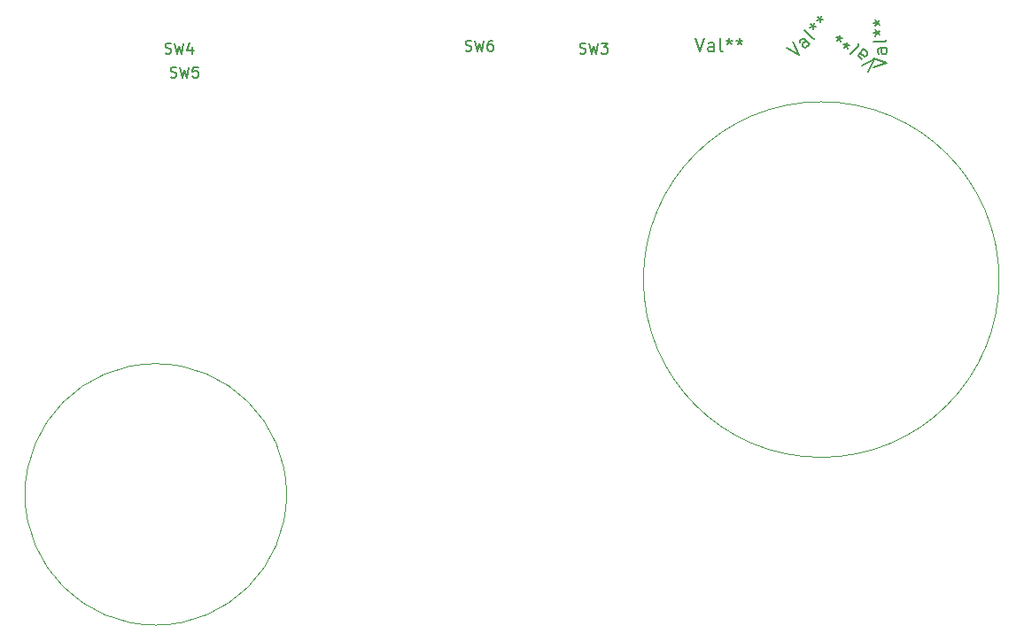
<source format=gbr>
G04 #@! TF.GenerationSoftware,KiCad,Pcbnew,(6.0.7)*
G04 #@! TF.CreationDate,2023-02-04T20:53:32-08:00*
G04 #@! TF.ProjectId,procon_gcc_button_board,70726f63-6f6e-45f6-9763-635f62757474,rev?*
G04 #@! TF.SameCoordinates,Original*
G04 #@! TF.FileFunction,Legend,Top*
G04 #@! TF.FilePolarity,Positive*
%FSLAX46Y46*%
G04 Gerber Fmt 4.6, Leading zero omitted, Abs format (unit mm)*
G04 Created by KiCad (PCBNEW (6.0.7)) date 2023-02-04 20:53:32*
%MOMM*%
%LPD*%
G01*
G04 APERTURE LIST*
%ADD10C,0.150000*%
%ADD11C,0.120000*%
G04 APERTURE END LIST*
D10*
X142938666Y-23010761D02*
X143081523Y-23058380D01*
X143319619Y-23058380D01*
X143414857Y-23010761D01*
X143462476Y-22963142D01*
X143510095Y-22867904D01*
X143510095Y-22772666D01*
X143462476Y-22677428D01*
X143414857Y-22629809D01*
X143319619Y-22582190D01*
X143129142Y-22534571D01*
X143033904Y-22486952D01*
X142986285Y-22439333D01*
X142938666Y-22344095D01*
X142938666Y-22248857D01*
X142986285Y-22153619D01*
X143033904Y-22106000D01*
X143129142Y-22058380D01*
X143367238Y-22058380D01*
X143510095Y-22106000D01*
X143843428Y-22058380D02*
X144081523Y-23058380D01*
X144272000Y-22344095D01*
X144462476Y-23058380D01*
X144700571Y-22058380D01*
X144986285Y-22058380D02*
X145605333Y-22058380D01*
X145272000Y-22439333D01*
X145414857Y-22439333D01*
X145510095Y-22486952D01*
X145557714Y-22534571D01*
X145605333Y-22629809D01*
X145605333Y-22867904D01*
X145557714Y-22963142D01*
X145510095Y-23010761D01*
X145414857Y-23058380D01*
X145129142Y-23058380D01*
X145033904Y-23010761D01*
X144986285Y-22963142D01*
X103314666Y-23010761D02*
X103457523Y-23058380D01*
X103695619Y-23058380D01*
X103790857Y-23010761D01*
X103838476Y-22963142D01*
X103886095Y-22867904D01*
X103886095Y-22772666D01*
X103838476Y-22677428D01*
X103790857Y-22629809D01*
X103695619Y-22582190D01*
X103505142Y-22534571D01*
X103409904Y-22486952D01*
X103362285Y-22439333D01*
X103314666Y-22344095D01*
X103314666Y-22248857D01*
X103362285Y-22153619D01*
X103409904Y-22106000D01*
X103505142Y-22058380D01*
X103743238Y-22058380D01*
X103886095Y-22106000D01*
X104219428Y-22058380D02*
X104457523Y-23058380D01*
X104648000Y-22344095D01*
X104838476Y-23058380D01*
X105076571Y-22058380D01*
X105886095Y-22391714D02*
X105886095Y-23058380D01*
X105648000Y-22010761D02*
X105409904Y-22725047D01*
X106028952Y-22725047D01*
X103822666Y-25296761D02*
X103965523Y-25344380D01*
X104203619Y-25344380D01*
X104298857Y-25296761D01*
X104346476Y-25249142D01*
X104394095Y-25153904D01*
X104394095Y-25058666D01*
X104346476Y-24963428D01*
X104298857Y-24915809D01*
X104203619Y-24868190D01*
X104013142Y-24820571D01*
X103917904Y-24772952D01*
X103870285Y-24725333D01*
X103822666Y-24630095D01*
X103822666Y-24534857D01*
X103870285Y-24439619D01*
X103917904Y-24392000D01*
X104013142Y-24344380D01*
X104251238Y-24344380D01*
X104394095Y-24392000D01*
X104727428Y-24344380D02*
X104965523Y-25344380D01*
X105156000Y-24630095D01*
X105346476Y-25344380D01*
X105584571Y-24344380D01*
X106441714Y-24344380D02*
X105965523Y-24344380D01*
X105917904Y-24820571D01*
X105965523Y-24772952D01*
X106060761Y-24725333D01*
X106298857Y-24725333D01*
X106394095Y-24772952D01*
X106441714Y-24820571D01*
X106489333Y-24915809D01*
X106489333Y-25153904D01*
X106441714Y-25249142D01*
X106394095Y-25296761D01*
X106298857Y-25344380D01*
X106060761Y-25344380D01*
X105965523Y-25296761D01*
X105917904Y-25249142D01*
X171008523Y-24332095D02*
X172278523Y-23908761D01*
X171008523Y-23485428D01*
X172278523Y-22517809D02*
X171613285Y-22517809D01*
X171492333Y-22578285D01*
X171431857Y-22699238D01*
X171431857Y-22941142D01*
X171492333Y-23062095D01*
X172218047Y-22517809D02*
X172278523Y-22638761D01*
X172278523Y-22941142D01*
X172218047Y-23062095D01*
X172097095Y-23122571D01*
X171976142Y-23122571D01*
X171855190Y-23062095D01*
X171794714Y-22941142D01*
X171794714Y-22638761D01*
X171734238Y-22517809D01*
X172278523Y-21731619D02*
X172218047Y-21852571D01*
X172097095Y-21913047D01*
X171008523Y-21913047D01*
X171008523Y-21066380D02*
X171310904Y-21066380D01*
X171189952Y-21368761D02*
X171310904Y-21066380D01*
X171189952Y-20764000D01*
X171552809Y-21247809D02*
X171310904Y-21066380D01*
X171552809Y-20884952D01*
X171008523Y-20098761D02*
X171310904Y-20098761D01*
X171189952Y-20401142D02*
X171310904Y-20098761D01*
X171189952Y-19796380D01*
X171552809Y-20280190D02*
X171310904Y-20098761D01*
X171552809Y-19917333D01*
X162697225Y-22547222D02*
X163894592Y-23145906D01*
X163295909Y-21948539D01*
X164878144Y-22162354D02*
X164407750Y-21691960D01*
X164279460Y-21649197D01*
X164151171Y-21691960D01*
X163980119Y-21863012D01*
X163937355Y-21991302D01*
X164835381Y-22119591D02*
X164792618Y-22247880D01*
X164578802Y-22461696D01*
X164450513Y-22504459D01*
X164322224Y-22461696D01*
X164236697Y-22376170D01*
X164193934Y-22247880D01*
X164236697Y-22119591D01*
X164450513Y-21905775D01*
X164493276Y-21777486D01*
X165434065Y-21606434D02*
X165305775Y-21649197D01*
X165177486Y-21606434D01*
X164407750Y-20836697D01*
X165006434Y-20238014D02*
X165220249Y-20451829D01*
X164920907Y-20580119D02*
X165220249Y-20451829D01*
X165348539Y-20152487D01*
X165263012Y-20751171D02*
X165220249Y-20451829D01*
X165519591Y-20494592D01*
X165690644Y-19553804D02*
X165904459Y-19767619D01*
X165605117Y-19895909D02*
X165904459Y-19767619D01*
X166032749Y-19468277D01*
X165947222Y-20066961D02*
X165904459Y-19767619D01*
X166203801Y-19810382D01*
X153965904Y-21608523D02*
X154389238Y-22878523D01*
X154812571Y-21608523D01*
X155780190Y-22878523D02*
X155780190Y-22213285D01*
X155719714Y-22092333D01*
X155598761Y-22031857D01*
X155356857Y-22031857D01*
X155235904Y-22092333D01*
X155780190Y-22818047D02*
X155659238Y-22878523D01*
X155356857Y-22878523D01*
X155235904Y-22818047D01*
X155175428Y-22697095D01*
X155175428Y-22576142D01*
X155235904Y-22455190D01*
X155356857Y-22394714D01*
X155659238Y-22394714D01*
X155780190Y-22334238D01*
X156566380Y-22878523D02*
X156445428Y-22818047D01*
X156384952Y-22697095D01*
X156384952Y-21608523D01*
X157231619Y-21608523D02*
X157231619Y-21910904D01*
X156929238Y-21789952D02*
X157231619Y-21910904D01*
X157534000Y-21789952D01*
X157050190Y-22152809D02*
X157231619Y-21910904D01*
X157413047Y-22152809D01*
X158199238Y-21608523D02*
X158199238Y-21910904D01*
X157896857Y-21789952D02*
X158199238Y-21910904D01*
X158501619Y-21789952D01*
X158017809Y-22152809D02*
X158199238Y-21910904D01*
X158380666Y-22152809D01*
X132016666Y-22756761D02*
X132159523Y-22804380D01*
X132397619Y-22804380D01*
X132492857Y-22756761D01*
X132540476Y-22709142D01*
X132588095Y-22613904D01*
X132588095Y-22518666D01*
X132540476Y-22423428D01*
X132492857Y-22375809D01*
X132397619Y-22328190D01*
X132207142Y-22280571D01*
X132111904Y-22232952D01*
X132064285Y-22185333D01*
X132016666Y-22090095D01*
X132016666Y-21994857D01*
X132064285Y-21899619D01*
X132111904Y-21852000D01*
X132207142Y-21804380D01*
X132445238Y-21804380D01*
X132588095Y-21852000D01*
X132921428Y-21804380D02*
X133159523Y-22804380D01*
X133350000Y-22090095D01*
X133540476Y-22804380D01*
X133778571Y-21804380D01*
X134588095Y-21804380D02*
X134397619Y-21804380D01*
X134302380Y-21852000D01*
X134254761Y-21899619D01*
X134159523Y-22042476D01*
X134111904Y-22232952D01*
X134111904Y-22613904D01*
X134159523Y-22709142D01*
X134207142Y-22756761D01*
X134302380Y-22804380D01*
X134492857Y-22804380D01*
X134588095Y-22756761D01*
X134635714Y-22709142D01*
X134683333Y-22613904D01*
X134683333Y-22375809D01*
X134635714Y-22280571D01*
X134588095Y-22232952D01*
X134492857Y-22185333D01*
X134302380Y-22185333D01*
X134207142Y-22232952D01*
X134159523Y-22280571D01*
X134111904Y-22375809D01*
X170477222Y-24810774D02*
X171075906Y-23613407D01*
X169878539Y-24212090D01*
X170092354Y-22629855D02*
X169621960Y-23100249D01*
X169579197Y-23228539D01*
X169621960Y-23356828D01*
X169793012Y-23527880D01*
X169921302Y-23570644D01*
X170049591Y-22672618D02*
X170177880Y-22715381D01*
X170391696Y-22929197D01*
X170434459Y-23057486D01*
X170391696Y-23185775D01*
X170306170Y-23271302D01*
X170177880Y-23314065D01*
X170049591Y-23271302D01*
X169835775Y-23057486D01*
X169707486Y-23014723D01*
X169536434Y-22073934D02*
X169579197Y-22202224D01*
X169536434Y-22330513D01*
X168766697Y-23100249D01*
X168168014Y-22501565D02*
X168381829Y-22287750D01*
X168510119Y-22587092D02*
X168381829Y-22287750D01*
X168082487Y-22159460D01*
X168681171Y-22244987D02*
X168381829Y-22287750D01*
X168424592Y-21988408D01*
X167483804Y-21817355D02*
X167697619Y-21603540D01*
X167825909Y-21902882D02*
X167697619Y-21603540D01*
X167398277Y-21475250D01*
X167996961Y-21560777D02*
X167697619Y-21603540D01*
X167740382Y-21304198D01*
D11*
X183009320Y-44665900D02*
G75*
G03*
X183009320Y-44665900I-17000000J0D01*
G01*
X114905180Y-65211960D02*
G75*
G03*
X114905180Y-65211960I-12500000J0D01*
G01*
M02*

</source>
